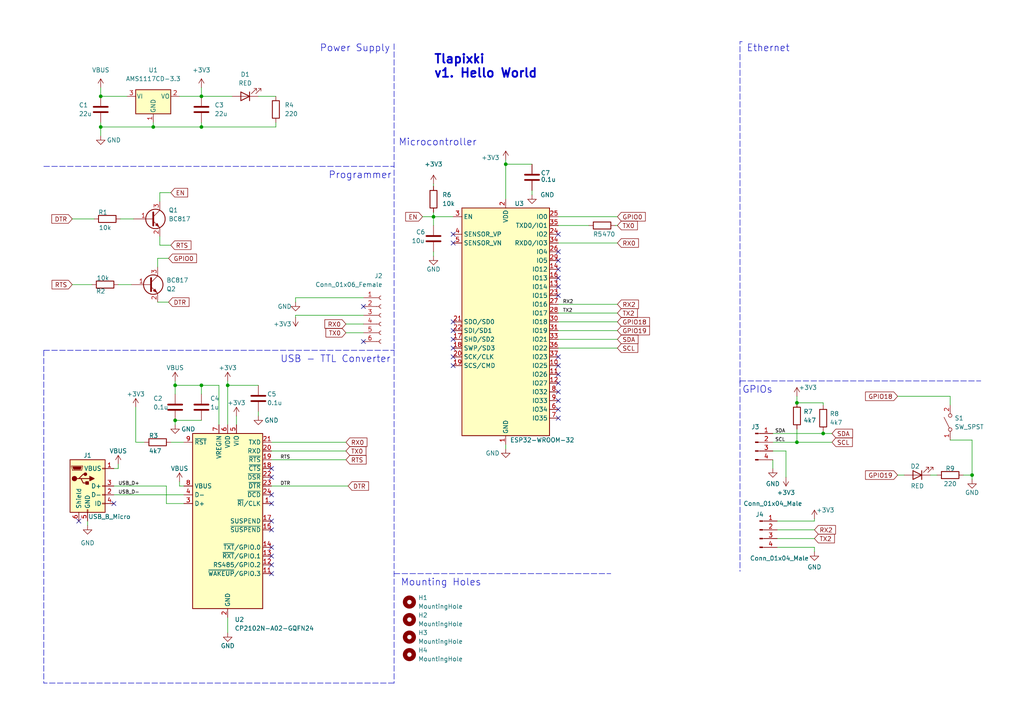
<source format=kicad_sch>
(kicad_sch (version 20211123) (generator eeschema)
  (paper "A4")
  (lib_symbols
    (symbol "Connector:Conn_01x04_Male" (pin_names (offset 1.016) hide)
      (property "Reference" "J" (at 0 5.08 0))
      (property "Value" "Conn_01x04_Male" (at 0 -7.62 0))
      (symbol "Conn_01x04_Male_1_1"
        (polyline (pts (xy 1.27 -5.08) (xy 0.8636 -5.08)) (stroke (width 0.1524)))
        (polyline (pts (xy 1.27 -2.54) (xy 0.8636 -2.54)) (stroke (width 0.1524)))
        (polyline (pts (xy 1.27 0) (xy 0.8636 0)) (stroke (width 0.1524)))
        (polyline (pts (xy 1.27 2.54) (xy 0.8636 2.54)) (stroke (width 0.1524)))
        (rectangle (start 0.8636 -4.953) (end 0 -5.207) (stroke (width 0.1524)) (fill (type outline)))
        (rectangle (start 0.8636 -2.413) (end 0 -2.667) (stroke (width 0.1524)) (fill (type outline)))
        (rectangle (start 0.8636 0.127) (end 0 -0.127) (stroke (width 0.1524)) (fill (type outline)))
        (rectangle (start 0.8636 2.667) (end 0 2.413) (stroke (width 0.1524)) (fill (type outline)))
        (pin passive line (at 5.08 2.54 180) (length 3.81) (name "Pin_1") (number "1"))
        (pin passive line (at 5.08 0 180) (length 3.81) (name "Pin_2") (number "2"))
        (pin passive line (at 5.08 -2.54 180) (length 3.81) (name "Pin_3") (number "3"))
        (pin passive line (at 5.08 -5.08 180) (length 3.81) (name "Pin_4") (number "4"))
      )
    )
    (symbol "Connector:Conn_01x06_Female" (pin_names (offset 1.016) hide)
      (property "Reference" "J" (at 0 7.62 0))
      (property "Value" "Conn_01x06_Female" (at 0 -10.16 0))
      (symbol "Conn_01x06_Female_1_1"
        (arc (start 0 -7.112) (mid -0.508 -7.62) (end 0 -8.128) (stroke (width 0.1524)))
        (arc (start 0 -4.572) (mid -0.508 -5.08) (end 0 -5.588) (stroke (width 0.1524)))
        (arc (start 0 -2.032) (mid -0.508 -2.54) (end 0 -3.048) (stroke (width 0.1524)))
        (polyline (pts (xy -1.27 -7.62) (xy -0.508 -7.62)) (stroke (width 0.1524)))
        (polyline (pts (xy -1.27 -5.08) (xy -0.508 -5.08)) (stroke (width 0.1524)))
        (polyline (pts (xy -1.27 -2.54) (xy -0.508 -2.54)) (stroke (width 0.1524)))
        (polyline (pts (xy -1.27 0) (xy -0.508 0)) (stroke (width 0.1524)))
        (polyline (pts (xy -1.27 2.54) (xy -0.508 2.54)) (stroke (width 0.1524)))
        (polyline (pts (xy -1.27 5.08) (xy -0.508 5.08)) (stroke (width 0.1524)))
        (arc (start 0 0.508) (mid -0.508 0) (end 0 -0.508) (stroke (width 0.1524)))
        (arc (start 0 3.048) (mid -0.508 2.54) (end 0 2.032) (stroke (width 0.1524)))
        (arc (start 0 5.588) (mid -0.508 5.08) (end 0 4.572) (stroke (width 0.1524)))
        (pin passive line (at -5.08 5.08 0) (length 3.81) (name "Pin_1") (number "1"))
        (pin passive line (at -5.08 2.54 0) (length 3.81) (name "Pin_2") (number "2"))
        (pin passive line (at -5.08 0 0) (length 3.81) (name "Pin_3") (number "3"))
        (pin passive line (at -5.08 -2.54 0) (length 3.81) (name "Pin_4") (number "4"))
        (pin passive line (at -5.08 -5.08 0) (length 3.81) (name "Pin_5") (number "5"))
        (pin passive line (at -5.08 -7.62 0) (length 3.81) (name "Pin_6") (number "6"))
      )
    )
    (symbol "Connector:USB_B_Micro" (pin_names (offset 1.016))
      (property "Reference" "J" (at -5.08 11.43 0))
      (property "Value" "USB_B_Micro" (at -5.08 8.89 0))
      (symbol "USB_B_Micro_0_1"
        (rectangle (start -5.08 -7.62) (end 5.08 7.62) (stroke (width 0.254)) (fill (type background)))
        (circle (center -3.81 2.159) (radius 0.635) (stroke (width 0.254)) (fill (type outline)))
        (circle (center -0.635 3.429) (radius 0.381) (stroke (width 0.254)) (fill (type outline)))
        (rectangle (start -0.127 -7.62) (end 0.127 -6.858))
        (polyline (pts (xy -1.905 2.159) (xy 0.635 2.159)) (stroke (width 0.254)))
        (polyline (pts (xy -3.175 2.159) (xy -2.54 2.159) (xy -1.27 3.429) (xy -0.635 3.429)) (stroke (width 0.254)))
        (polyline (pts (xy -2.54 2.159) (xy -1.905 2.159) (xy -1.27 0.889) (xy 0 0.889)) (stroke (width 0.254)))
        (polyline (pts (xy 0.635 2.794) (xy 0.635 1.524) (xy 1.905 2.159) (xy 0.635 2.794)) (stroke (width 0.254)) (fill (type outline)))
        (polyline (pts (xy -4.318 5.588) (xy -1.778 5.588) (xy -2.032 4.826) (xy -4.064 4.826) (xy -4.318 5.588)) (fill (type outline)))
        (polyline (pts (xy -4.699 5.842) (xy -4.699 5.588) (xy -4.445 4.826) (xy -4.445 4.572) (xy -1.651 4.572) (xy -1.651 4.826) (xy -1.397 5.588) (xy -1.397 5.842) (xy -4.699 5.842)))
        (rectangle (start 0.254 1.27) (end -0.508 0.508) (stroke (width 0.254)) (fill (type outline)))
        (rectangle (start 5.08 -5.207) (end 4.318 -4.953))
        (rectangle (start 5.08 -2.667) (end 4.318 -2.413))
        (rectangle (start 5.08 -0.127) (end 4.318 0.127))
        (rectangle (start 5.08 4.953) (end 4.318 5.207))
      )
      (symbol "USB_B_Micro_1_1"
        (pin power_out line (at 7.62 5.08 180) (length 2.54) (name "VBUS") (number "1"))
        (pin bidirectional line (at 7.62 -2.54 180) (length 2.54) (name "D-") (number "2"))
        (pin bidirectional line (at 7.62 0 180) (length 2.54) (name "D+") (number "3"))
        (pin passive line (at 7.62 -5.08 180) (length 2.54) (name "ID") (number "4"))
        (pin power_out line (at 0 -10.16 90) (length 2.54) (name "GND") (number "5"))
        (pin passive line (at -2.54 -10.16 90) (length 2.54) (name "Shield") (number "6"))
      )
    )
    (symbol "Device:C" (pin_numbers hide) (pin_names (offset 0.254))
      (property "Reference" "C" (at 0.635 2.54 0))
      (property "Value" "C" (at 0.635 -2.54 0))
      (symbol "C_0_1"
        (polyline (pts (xy -2.032 -0.762) (xy 2.032 -0.762)) (stroke (width 0.508)))
        (polyline (pts (xy -2.032 0.762) (xy 2.032 0.762)) (stroke (width 0.508)))
      )
      (symbol "C_1_1"
        (pin passive line (at 0 3.81 270) (length 2.794) (name "~") (number "1"))
        (pin passive line (at 0 -3.81 90) (length 2.794) (name "~") (number "2"))
      )
    )
    (symbol "Device:LED" (pin_numbers hide) (pin_names (offset 1.016) hide)
      (property "Reference" "D" (at 0 2.54 0))
      (property "Value" "LED" (at 0 -2.54 0))
      (symbol "LED_0_1"
        (polyline (pts (xy -1.27 -1.27) (xy -1.27 1.27)) (stroke (width 0.254)))
        (polyline (pts (xy -1.27 0) (xy 1.27 0)))
        (polyline (pts (xy 1.27 -1.27) (xy 1.27 1.27) (xy -1.27 0) (xy 1.27 -1.27)) (stroke (width 0.254)))
        (polyline (pts (xy -3.048 -0.762) (xy -4.572 -2.286) (xy -3.81 -2.286) (xy -4.572 -2.286) (xy -4.572 -1.524)))
        (polyline (pts (xy -1.778 -0.762) (xy -3.302 -2.286) (xy -2.54 -2.286) (xy -3.302 -2.286) (xy -3.302 -1.524)))
      )
      (symbol "LED_1_1"
        (pin passive line (at -3.81 0 0) (length 2.54) (name "K") (number "1"))
        (pin passive line (at 3.81 0 180) (length 2.54) (name "A") (number "2"))
      )
    )
    (symbol "Device:R" (pin_numbers hide) (pin_names (offset 0))
      (property "Reference" "R" (at 2.032 0 90))
      (property "Value" "R" (at 0 0 90))
      (symbol "R_0_1"
        (rectangle (start -1.016 -2.54) (end 1.016 2.54) (stroke (width 0.254)))
      )
      (symbol "R_1_1"
        (pin passive line (at 0 3.81 270) (length 1.27) (name "~") (number "1"))
        (pin passive line (at 0 -3.81 90) (length 1.27) (name "~") (number "2"))
      )
    )
    (symbol "Interface_USB:CP2102N-Axx-xQFN24"
      (property "Reference" "U" (at -8.89 26.67 0))
      (property "Value" "CP2102N-Axx-xQFN24" (at 13.97 26.67 0))
      (symbol "CP2102N-Axx-xQFN24_0_1"
        (rectangle (start -10.16 25.4) (end 10.16 -25.4) (stroke (width 0.254)) (fill (type background)))
      )
      (symbol "CP2102N-Axx-xQFN24_1_1"
        (pin bidirectional line (at 12.7 5.08 180) (length 2.54) (name "~{RI}/CLK") (number "1"))
        (pin no_connect line (at -10.16 -22.86 0) (length 2.54) hide (name "NC") (number "10"))
        (pin bidirectional line (at 12.7 -15.24 180) (length 2.54) (name "~{WAKEUP}/GPIO.3") (number "11"))
        (pin bidirectional line (at 12.7 -12.7 180) (length 2.54) (name "RS485/GPIO.2") (number "12"))
        (pin bidirectional line (at 12.7 -10.16 180) (length 2.54) (name "~{RXT}/GPIO.1") (number "13"))
        (pin bidirectional line (at 12.7 -7.62 180) (length 2.54) (name "~{TXT}/GPIO.0") (number "14"))
        (pin output line (at 12.7 -2.54 180) (length 2.54) (name "~{SUSPEND}") (number "15"))
        (pin no_connect line (at 10.16 -22.86 180) (length 2.54) hide (name "NC") (number "16"))
        (pin output line (at 12.7 0 180) (length 2.54) (name "SUSPEND") (number "17"))
        (pin input line (at 12.7 15.24 180) (length 2.54) (name "~{CTS}") (number "18"))
        (pin output line (at 12.7 17.78 180) (length 2.54) (name "~{RTS}") (number "19"))
        (pin power_in line (at 0 -27.94 90) (length 2.54) (name "GND") (number "2"))
        (pin input line (at 12.7 20.32 180) (length 2.54) (name "RXD") (number "20"))
        (pin output line (at 12.7 22.86 180) (length 2.54) (name "TXD") (number "21"))
        (pin input line (at 12.7 12.7 180) (length 2.54) (name "~{DSR}") (number "22"))
        (pin output line (at 12.7 10.16 180) (length 2.54) (name "~{DTR}") (number "23"))
        (pin input line (at 12.7 7.62 180) (length 2.54) (name "~{DCD}") (number "24"))
        (pin passive line (at 0 -27.94 90) (length 2.54) hide (name "GND") (number "25"))
        (pin bidirectional line (at -12.7 5.08 0) (length 2.54) (name "D+") (number "3"))
        (pin bidirectional line (at -12.7 7.62 0) (length 2.54) (name "D-") (number "4"))
        (pin power_in line (at 2.54 27.94 270) (length 2.54) (name "VIO") (number "5"))
        (pin power_in line (at 0 27.94 270) (length 2.54) (name "VDD") (number "6"))
        (pin power_in line (at -2.54 27.94 270) (length 2.54) (name "VREGIN") (number "7"))
        (pin input line (at -12.7 10.16 0) (length 2.54) (name "VBUS") (number "8"))
        (pin input line (at -12.7 22.86 0) (length 2.54) (name "~{RST}") (number "9"))
      )
    )
    (symbol "Mechanical:MountingHole" (pin_names (offset 1.016))
      (property "Reference" "H" (at 0 5.08 0))
      (property "Value" "MountingHole" (at 0 3.175 0))
      (symbol "MountingHole_0_1"
        (circle (center 0 0) (radius 1.27) (stroke (width 1.27)))
      )
    )
    (symbol "RF_Module:ESP32-WROOM-32"
      (property "Reference" "U" (at -12.7 34.29 0))
      (property "Value" "ESP32-WROOM-32" (at 1.27 34.29 0))
      (symbol "ESP32-WROOM-32_0_1"
        (rectangle (start -12.7 33.02) (end 12.7 -33.02) (stroke (width 0.254)) (fill (type background)))
      )
      (symbol "ESP32-WROOM-32_1_1"
        (pin power_in line (at 0 -35.56 90) (length 2.54) (name "GND") (number "1"))
        (pin bidirectional line (at 15.24 -12.7 180) (length 2.54) (name "IO25") (number "10"))
        (pin bidirectional line (at 15.24 -15.24 180) (length 2.54) (name "IO26") (number "11"))
        (pin bidirectional line (at 15.24 -17.78 180) (length 2.54) (name "IO27") (number "12"))
        (pin bidirectional line (at 15.24 10.16 180) (length 2.54) (name "IO14") (number "13"))
        (pin bidirectional line (at 15.24 15.24 180) (length 2.54) (name "IO12") (number "14"))
        (pin passive line (at 0 -35.56 90) (length 2.54) hide (name "GND") (number "15"))
        (pin bidirectional line (at 15.24 12.7 180) (length 2.54) (name "IO13") (number "16"))
        (pin bidirectional line (at -15.24 -5.08 0) (length 2.54) (name "SHD/SD2") (number "17"))
        (pin bidirectional line (at -15.24 -7.62 0) (length 2.54) (name "SWP/SD3") (number "18"))
        (pin bidirectional line (at -15.24 -12.7 0) (length 2.54) (name "SCS/CMD") (number "19"))
        (pin power_in line (at 0 35.56 270) (length 2.54) (name "VDD") (number "2"))
        (pin bidirectional line (at -15.24 -10.16 0) (length 2.54) (name "SCK/CLK") (number "20"))
        (pin bidirectional line (at -15.24 0 0) (length 2.54) (name "SDO/SD0") (number "21"))
        (pin bidirectional line (at -15.24 -2.54 0) (length 2.54) (name "SDI/SD1") (number "22"))
        (pin bidirectional line (at 15.24 7.62 180) (length 2.54) (name "IO15") (number "23"))
        (pin bidirectional line (at 15.24 25.4 180) (length 2.54) (name "IO2") (number "24"))
        (pin bidirectional line (at 15.24 30.48 180) (length 2.54) (name "IO0") (number "25"))
        (pin bidirectional line (at 15.24 20.32 180) (length 2.54) (name "IO4") (number "26"))
        (pin bidirectional line (at 15.24 5.08 180) (length 2.54) (name "IO16") (number "27"))
        (pin bidirectional line (at 15.24 2.54 180) (length 2.54) (name "IO17") (number "28"))
        (pin bidirectional line (at 15.24 17.78 180) (length 2.54) (name "IO5") (number "29"))
        (pin input line (at -15.24 30.48 0) (length 2.54) (name "EN") (number "3"))
        (pin bidirectional line (at 15.24 0 180) (length 2.54) (name "IO18") (number "30"))
        (pin bidirectional line (at 15.24 -2.54 180) (length 2.54) (name "IO19") (number "31"))
        (pin no_connect line (at -12.7 -27.94 0) (length 2.54) hide (name "NC") (number "32"))
        (pin bidirectional line (at 15.24 -5.08 180) (length 2.54) (name "IO21") (number "33"))
        (pin bidirectional line (at 15.24 22.86 180) (length 2.54) (name "RXD0/IO3") (number "34"))
        (pin bidirectional line (at 15.24 27.94 180) (length 2.54) (name "TXD0/IO1") (number "35"))
        (pin bidirectional line (at 15.24 -7.62 180) (length 2.54) (name "IO22") (number "36"))
        (pin bidirectional line (at 15.24 -10.16 180) (length 2.54) (name "IO23") (number "37"))
        (pin passive line (at 0 -35.56 90) (length 2.54) hide (name "GND") (number "38"))
        (pin passive line (at 0 -35.56 90) (length 2.54) hide (name "GND") (number "39"))
        (pin input line (at -15.24 25.4 0) (length 2.54) (name "SENSOR_VP") (number "4"))
        (pin input line (at -15.24 22.86 0) (length 2.54) (name "SENSOR_VN") (number "5"))
        (pin input line (at 15.24 -25.4 180) (length 2.54) (name "IO34") (number "6"))
        (pin input line (at 15.24 -27.94 180) (length 2.54) (name "IO35") (number "7"))
        (pin bidirectional line (at 15.24 -20.32 180) (length 2.54) (name "IO32") (number "8"))
        (pin bidirectional line (at 15.24 -22.86 180) (length 2.54) (name "IO33") (number "9"))
      )
    )
    (symbol "Regulator_Linear:AMS1117CD-3.3" (pin_names (offset 0.254))
      (property "Reference" "U" (at -3.81 3.175 0))
      (property "Value" "AMS1117CD-3.3" (at 0 3.175 0))
      (symbol "AMS1117CD-3.3_0_1"
        (rectangle (start -5.08 -5.08) (end 5.08 1.905) (stroke (width 0.254)) (fill (type background)))
      )
      (symbol "AMS1117CD-3.3_1_1"
        (pin power_in line (at 0 -7.62 90) (length 2.54) (name "GND") (number "1"))
        (pin power_out line (at 7.62 0 180) (length 2.54) (name "VO") (number "2"))
        (pin power_in line (at -7.62 0 0) (length 2.54) (name "VI") (number "3"))
      )
    )
    (symbol "Switch:SW_SPST" (pin_names (offset 0) hide)
      (property "Reference" "SW" (at 0 3.175 0))
      (property "Value" "SW_SPST" (at 0 -2.54 0))
      (symbol "SW_SPST_0_0"
        (circle (center -2.032 0) (radius 0.508))
        (polyline (pts (xy -1.524 0.254) (xy 1.524 1.778)))
        (circle (center 2.032 0) (radius 0.508))
      )
      (symbol "SW_SPST_1_1"
        (pin passive line (at -5.08 0 0) (length 2.54) (name "A") (number "1"))
        (pin passive line (at 5.08 0 180) (length 2.54) (name "B") (number "2"))
      )
    )
    (symbol "Transistor_BJT:BC817" (pin_names (offset 0) hide)
      (property "Reference" "Q" (at 5.08 1.905 0))
      (property "Value" "BC817" (at 5.08 0 0))
      (symbol "BC817_0_1"
        (polyline (pts (xy 0.635 0.635) (xy 2.54 2.54)))
        (polyline (pts (xy 0.635 -0.635) (xy 2.54 -2.54) (xy 2.54 -2.54)))
        (polyline (pts (xy 0.635 1.905) (xy 0.635 -1.905) (xy 0.635 -1.905)) (stroke (width 0.508)))
        (polyline (pts (xy 1.27 -1.778) (xy 1.778 -1.27) (xy 2.286 -2.286) (xy 1.27 -1.778) (xy 1.27 -1.778)) (fill (type outline)))
        (circle (center 1.27 0) (radius 2.8194) (stroke (width 0.254)))
      )
      (symbol "BC817_1_1"
        (pin input line (at -5.08 0 0) (length 5.715) (name "B") (number "1"))
        (pin passive line (at 2.54 -5.08 90) (length 2.54) (name "E") (number "2"))
        (pin passive line (at 2.54 5.08 270) (length 2.54) (name "C") (number "3"))
      )
    )
    (symbol "power:+3V3" (power) (pin_names (offset 0))
      (property "Value" "+3V3" (at 0 3.556 0))
      (symbol "+3V3_0_1"
        (polyline (pts (xy -0.762 1.27) (xy 0 2.54)))
        (polyline (pts (xy 0 0) (xy 0 2.54)))
        (polyline (pts (xy 0 2.54) (xy 0.762 1.27)))
      )
      (symbol "+3V3_1_1"
        (pin power_in line (at 0 0 90) (length 0) hide (name "+3V3") (number "1"))
      )
    )
    (symbol "power:GND" (power) (pin_names (offset 0))
      (property "Value" "GND" (at 0 -3.81 0))
      (symbol "GND_0_1"
        (polyline (pts (xy 0 0) (xy 0 -1.27) (xy 1.27 -1.27) (xy 0 -2.54) (xy -1.27 -1.27) (xy 0 -1.27)))
      )
      (symbol "GND_1_1"
        (pin power_in line (at 0 0 270) (length 0) hide (name "GND") (number "1"))
      )
    )
    (symbol "power:VBUS" (power) (pin_names (offset 0))
      (property "Value" "VBUS" (at 0 3.81 0))
      (symbol "VBUS_0_1"
        (polyline (pts (xy -0.762 1.27) (xy 0 2.54)))
        (polyline (pts (xy 0 0) (xy 0 2.54)))
        (polyline (pts (xy 0 2.54) (xy 0.762 1.27)))
      )
      (symbol "VBUS_1_1"
        (pin power_in line (at 0 0 90) (length 0) hide (name "VBUS") (number "1"))
      )
    )
  )
  (junction (at 50.8 121.92))
  (junction (at 58.42 36.83))
  (junction (at 281.94 137.795))
  (junction (at 50.8 111.76))
  (junction (at 231.14 116.84))
  (junction (at 58.42 27.94))
  (junction (at 125.73 62.865))
  (junction (at 58.42 111.76))
  (junction (at 44.45 36.83))
  (junction (at 146.685 47.625))
  (junction (at 29.21 36.83))
  (junction (at 66.04 111.76))
  (junction (at 29.21 27.94))
  (junction (at 231.14 128.27))
  (junction (at 238.76 125.73))
  (no_connect (at 105.41 99.06))
  (no_connect (at 161.925 73.025))
  (no_connect (at 78.74 161.29))
  (no_connect (at 78.74 135.89))
  (no_connect (at 78.74 143.51))
  (no_connect (at 131.445 70.485))
  (no_connect (at 131.445 93.345))
  (no_connect (at 161.925 83.185))
  (no_connect (at 161.925 78.105))
  (no_connect (at 78.74 153.67))
  (no_connect (at 78.74 146.05))
  (no_connect (at 161.925 113.665))
  (no_connect (at 22.86 151.13))
  (no_connect (at 33.02 146.05))
  (no_connect (at 131.445 98.425))
  (no_connect (at 161.925 116.205))
  (no_connect (at 78.74 166.37))
  (no_connect (at 161.925 111.125))
  (no_connect (at 161.925 108.585))
  (no_connect (at 161.925 67.945))
  (no_connect (at 161.925 103.505))
  (no_connect (at 78.74 151.13))
  (no_connect (at 161.925 118.745))
  (no_connect (at 105.41 88.9))
  (no_connect (at 131.445 106.045))
  (no_connect (at 131.445 67.945))
  (no_connect (at 161.925 121.285))
  (no_connect (at 161.925 85.725))
  (no_connect (at 131.445 103.505))
  (no_connect (at 161.925 75.565))
  (no_connect (at 161.925 106.045))
  (no_connect (at 78.74 158.75))
  (no_connect (at 161.925 80.645))
  (no_connect (at 78.74 138.43))
  (no_connect (at 131.445 95.885))
  (no_connect (at 78.74 163.83))
  (no_connect (at 131.445 100.965))
  (wire (pts (xy 78.74 128.27) (xy 100.33 128.27)))
  (wire (pts (xy 78.74 140.97) (xy 100.965 140.97)))
  (wire (pts (xy 39.37 118.11) (xy 39.37 128.27)))
  (wire (pts (xy 146.685 47.625) (xy 154.305 47.625)))
  (wire (pts (xy 125.73 53.34) (xy 125.73 53.975)))
  (wire (pts (xy 224.155 130.81) (xy 227.965 130.81)))
  (wire (pts (xy 48.895 74.93) (xy 45.72 74.93)))
  (wire (pts (xy 231.14 128.27) (xy 241.3 128.27)))
  (wire (pts (xy 260.35 137.795) (xy 262.255 137.795)))
  (wire (pts (xy 85.725 92.075) (xy 85.725 91.44)))
  (wire (pts (xy 53.34 146.05) (xy 48.26 146.05)))
  (polyline (pts (xy 214.63 110.49) (xy 284.48 110.49)))
  (wire (pts (xy 80.01 36.83) (xy 80.01 35.56)))
  (wire (pts (xy 161.925 90.805) (xy 179.07 90.805)))
  (wire (pts (xy 161.925 70.485) (xy 179.07 70.485)))
  (wire (pts (xy 231.14 116.84) (xy 238.76 116.84)))
  (wire (pts (xy 85.725 91.44) (xy 105.41 91.44)))
  (wire (pts (xy 66.04 179.07) (xy 66.04 183.515)))
  (wire (pts (xy 44.45 36.83) (xy 58.42 36.83)))
  (wire (pts (xy 231.14 128.27) (xy 231.14 124.46)))
  (wire (pts (xy 125.73 73.025) (xy 125.73 74.295)))
  (wire (pts (xy 225.425 156.21) (xy 236.22 156.21)))
  (wire (pts (xy 100.33 93.98) (xy 105.41 93.98)))
  (wire (pts (xy 66.04 110.49) (xy 66.04 111.76)))
  (wire (pts (xy 46.355 55.88) (xy 49.53 55.88)))
  (polyline (pts (xy 214.63 110.49) (xy 214.63 165.735)))
  (polyline (pts (xy 114.3 166.37) (xy 177.165 166.37)))
  (wire (pts (xy 275.59 114.935) (xy 275.59 117.475)))
  (wire (pts (xy 50.8 110.49) (xy 50.8 111.76)))
  (polyline (pts (xy 12.7 101.6) (xy 114.3 101.6)))
  (wire (pts (xy 122.555 62.865) (xy 125.73 62.865)))
  (wire (pts (xy 34.925 63.5) (xy 38.735 63.5)))
  (wire (pts (xy 74.93 27.94) (xy 80.01 27.94)))
  (wire (pts (xy 48.895 87.63) (xy 45.72 87.63)))
  (wire (pts (xy 48.26 140.97) (xy 33.02 140.97)))
  (wire (pts (xy 161.925 93.345) (xy 179.07 93.345)))
  (wire (pts (xy 46.355 71.12) (xy 49.53 71.12)))
  (wire (pts (xy 227.965 130.81) (xy 227.965 138.43)))
  (wire (pts (xy 100.33 96.52) (xy 105.41 96.52)))
  (wire (pts (xy 52.07 27.94) (xy 58.42 27.94)))
  (wire (pts (xy 20.955 82.55) (xy 26.67 82.55)))
  (wire (pts (xy 50.8 121.92) (xy 50.8 123.19)))
  (wire (pts (xy 29.21 25.4) (xy 29.21 27.94)))
  (wire (pts (xy 58.42 36.83) (xy 80.01 36.83)))
  (wire (pts (xy 224.155 133.35) (xy 224.155 135.89)))
  (wire (pts (xy 146.685 47.625) (xy 146.685 57.785)))
  (wire (pts (xy 154.305 55.245) (xy 154.305 56.515)))
  (wire (pts (xy 29.21 36.83) (xy 29.21 39.37)))
  (wire (pts (xy 161.925 95.885) (xy 179.07 95.885)))
  (wire (pts (xy 66.04 123.19) (xy 66.04 111.76)))
  (wire (pts (xy 29.21 36.83) (xy 44.45 36.83)))
  (wire (pts (xy 50.8 111.76) (xy 58.42 111.76)))
  (wire (pts (xy 58.42 111.76) (xy 58.42 114.3)))
  (wire (pts (xy 39.37 128.27) (xy 41.91 128.27)))
  (wire (pts (xy 225.425 158.75) (xy 236.22 158.75)))
  (wire (pts (xy 58.42 111.76) (xy 63.5 111.76)))
  (wire (pts (xy 238.76 125.73) (xy 241.3 125.73)))
  (wire (pts (xy 224.155 125.73) (xy 238.76 125.73)))
  (wire (pts (xy 125.73 62.865) (xy 131.445 62.865)))
  (wire (pts (xy 46.355 55.88) (xy 46.355 58.42)))
  (wire (pts (xy 146.685 128.905) (xy 146.685 130.175)))
  (wire (pts (xy 52.07 139.7) (xy 52.07 140.97)))
  (polyline (pts (xy 114.3 198.12) (xy 12.7 198.12)))
  (wire (pts (xy 29.21 27.94) (xy 36.83 27.94)))
  (wire (pts (xy 85.725 86.36) (xy 105.41 86.36)))
  (polyline (pts (xy 12.7 101.6) (xy 12.7 198.12)))
  (wire (pts (xy 236.22 151.13) (xy 236.22 150.495)))
  (wire (pts (xy 52.07 140.97) (xy 53.34 140.97)))
  (wire (pts (xy 44.45 36.83) (xy 44.45 35.56)))
  (wire (pts (xy 48.26 146.05) (xy 48.26 140.97)))
  (wire (pts (xy 231.14 114.935) (xy 231.14 116.84)))
  (wire (pts (xy 74.93 119.38) (xy 74.93 120.65)))
  (wire (pts (xy 178.435 65.405) (xy 179.07 65.405)))
  (wire (pts (xy 33.02 143.51) (xy 53.34 143.51)))
  (wire (pts (xy 161.925 98.425) (xy 179.07 98.425)))
  (polyline (pts (xy 12.7 48.26) (xy 114.3 48.26)))
  (wire (pts (xy 45.72 74.93) (xy 45.72 77.47)))
  (wire (pts (xy 58.42 25.4) (xy 58.42 27.94)))
  (polyline (pts (xy 114.3 101.6) (xy 114.3 198.12)))
  (wire (pts (xy 269.875 137.795) (xy 271.78 137.795)))
  (wire (pts (xy 34.29 82.55) (xy 38.1 82.55)))
  (wire (pts (xy 161.925 88.265) (xy 179.07 88.265)))
  (polyline (pts (xy 114.3 12.7) (xy 114.3 101.6)))
  (wire (pts (xy 224.155 128.27) (xy 231.14 128.27)))
  (wire (pts (xy 63.5 111.76) (xy 63.5 123.19)))
  (wire (pts (xy 161.925 65.405) (xy 170.815 65.405)))
  (wire (pts (xy 161.925 62.865) (xy 179.07 62.865)))
  (wire (pts (xy 125.73 61.595) (xy 125.73 62.865)))
  (wire (pts (xy 238.76 125.73) (xy 238.76 125.095)))
  (wire (pts (xy 238.76 116.84) (xy 238.76 117.475)))
  (wire (pts (xy 78.74 130.81) (xy 100.33 130.81)))
  (wire (pts (xy 85.725 87.63) (xy 85.725 86.36)))
  (wire (pts (xy 34.29 135.89) (xy 34.29 134.62)))
  (wire (pts (xy 161.925 100.965) (xy 179.07 100.965)))
  (wire (pts (xy 20.955 63.5) (xy 27.305 63.5)))
  (wire (pts (xy 275.59 127.635) (xy 281.94 127.635)))
  (wire (pts (xy 49.53 128.27) (xy 53.34 128.27)))
  (wire (pts (xy 260.35 114.935) (xy 275.59 114.935)))
  (wire (pts (xy 50.8 121.92) (xy 58.42 121.92)))
  (wire (pts (xy 58.42 36.83) (xy 58.42 35.56)))
  (wire (pts (xy 146.685 46.355) (xy 146.685 47.625)))
  (wire (pts (xy 50.8 111.76) (xy 50.8 114.3)))
  (wire (pts (xy 236.22 158.75) (xy 236.22 160.02)))
  (wire (pts (xy 66.04 111.76) (xy 74.93 111.76)))
  (wire (pts (xy 78.74 133.35) (xy 100.33 133.35)))
  (wire (pts (xy 46.355 68.58) (xy 46.355 71.12)))
  (wire (pts (xy 279.4 137.795) (xy 281.94 137.795)))
  (wire (pts (xy 68.58 120.65) (xy 68.58 123.19)))
  (polyline (pts (xy 214.63 12.065) (xy 215.265 12.065)))
  (wire (pts (xy 29.21 35.56) (xy 29.21 36.83)))
  (wire (pts (xy 125.73 62.865) (xy 125.73 65.405)))
  (wire (pts (xy 58.42 27.94) (xy 67.31 27.94)))
  (wire (pts (xy 281.94 137.795) (xy 281.94 139.065)))
  (wire (pts (xy 225.425 151.13) (xy 236.22 151.13)))
  (wire (pts (xy 225.425 153.67) (xy 236.22 153.67)))
  (wire (pts (xy 33.02 135.89) (xy 34.29 135.89)))
  (wire (pts (xy 281.94 127.635) (xy 281.94 137.795)))
  (wire (pts (xy 25.4 151.13) (xy 25.4 152.4)))
  (polyline (pts (xy 214.63 111.125) (xy 214.63 12.065)))
  (text "Programmer" (at 95.25 52.07 0) (effects (font (size 2 2)) (justify left bottom)))
  (text "Mounting Holes\n" (at 116.205 170.18 0) (effects (font (size 2 2)) (justify left bottom)))
  (text "Tlapixki\nv1. Hello World\n" (at 125.73 22.86 0) (effects (font (size 2.54 2.54) (thickness 0.508) bold) (justify left bottom)))
  (text "GPIOs" (at 215.265 114.3 0) (effects (font (size 2 2)) (justify left bottom)))
  (text "USB - TTL Converter" (at 81.28 105.41 0) (effects (font (size 2 2)) (justify left bottom)))
  (text "Microcontroller" (at 115.57 42.545 0) (effects (font (size 2 2)) (justify left bottom)))
  (text "Ethernet" (at 216.535 15.24 0) (effects (font (size 2 2)) (justify left bottom)))
  (text "Power Supply" (at 92.71 15.24 0) (effects (font (size 2 2)) (justify left bottom)))
  (label "SDA" (at 224.79 125.73 0) (effects (font (size 1 1))))
  (label "TX2" (at 163.195 90.805 0) (effects (font (size 1 1))))
  (label "SCL" (at 224.79 128.27 0) (effects (font (size 1 1))))
  (label "USB_D+" (at 34.29 140.97 0) (effects (font (size 1 1))))
  (label "RX2" (at 163.195 88.265 0) (effects (font (size 1 1))))
  (label "RTS" (at 81.28 133.35 0) (effects (font (size 1 1))))
  (label "DTR" (at 81.28 140.97 0) (effects (font (size 1 1))))
  (label "USB_D-" (at 34.29 143.51 0) (effects (font (size 1 1))))
  (global_label "GPIO18" (shape input) (at 179.07 93.345 0) (property "Intersheet References" "${INTERSHEET_REFS}" (effects hide)))
  (global_label "RX0" (shape input) (at 100.33 128.27 0) (property "Intersheet References" "${INTERSHEET_REFS}" (effects hide)))
  (global_label "DTR" (shape input) (at 48.895 87.63 0) (property "Intersheet References" "${INTERSHEET_REFS}" (effects hide)))
  (global_label "RX0" (shape input) (at 100.33 93.98 180) (property "Intersheet References" "${INTERSHEET_REFS}" (effects hide)))
  (global_label "EN" (shape input) (at 49.53 55.88 0) (property "Intersheet References" "${INTERSHEET_REFS}" (effects hide)))
  (global_label "RX2" (shape input) (at 236.22 153.67 0) (property "Intersheet References" "${INTERSHEET_REFS}" (effects hide)))
  (global_label "EN" (shape input) (at 122.555 62.865 180) (property "Intersheet References" "${INTERSHEET_REFS}" (effects hide)))
  (global_label "GPIO18" (shape input) (at 260.35 114.935 180) (property "Intersheet References" "${INTERSHEET_REFS}" (effects hide)))
  (global_label "RX2" (shape input) (at 179.07 88.265 0) (property "Intersheet References" "${INTERSHEET_REFS}" (effects hide)))
  (global_label "RTS" (shape input) (at 49.53 71.12 0) (property "Intersheet References" "${INTERSHEET_REFS}" (effects hide)))
  (global_label "SCL" (shape input) (at 179.07 100.965 0) (property "Intersheet References" "${INTERSHEET_REFS}" (effects hide)))
  (global_label "TX2" (shape input) (at 179.07 90.805 0) (property "Intersheet References" "${INTERSHEET_REFS}" (effects hide)))
  (global_label "DTR" (shape input) (at 20.955 63.5 180) (property "Intersheet References" "${INTERSHEET_REFS}" (effects hide)))
  (global_label "DTR" (shape input) (at 100.965 140.97 0) (property "Intersheet References" "${INTERSHEET_REFS}" (effects hide)))
  (global_label "SDA" (shape input) (at 179.07 98.425 0) (property "Intersheet References" "${INTERSHEET_REFS}" (effects hide)))
  (global_label "TX0" (shape input) (at 100.33 96.52 180) (property "Intersheet References" "${INTERSHEET_REFS}" (effects hide)))
  (global_label "SCL" (shape input) (at 241.3 128.27 0) (property "Intersheet References" "${INTERSHEET_REFS}" (effects hide)))
  (global_label "TX0" (shape input) (at 100.33 130.81 0) (property "Intersheet References" "${INTERSHEET_REFS}" (effects hide)))
  (global_label "GPIO19" (shape input) (at 260.35 137.795 180) (property "Intersheet References" "${INTERSHEET_REFS}" (effects hide)))
  (global_label "GPIO0" (shape input) (at 48.895 74.93 0) (property "Intersheet References" "${INTERSHEET_REFS}" (effects hide)))
  (global_label "GPIO19" (shape input) (at 179.07 95.885 0) (property "Intersheet References" "${INTERSHEET_REFS}" (effects hide)))
  (global_label "RX0" (shape input) (at 179.07 70.485 0) (property "Intersheet References" "${INTERSHEET_REFS}" (effects hide)))
  (global_label "RTS" (shape input) (at 100.33 133.35 0) (property "Intersheet References" "${INTERSHEET_REFS}" (effects hide)))
  (global_label "RTS" (shape input) (at 20.955 82.55 180) (property "Intersheet References" "${INTERSHEET_REFS}" (effects hide)))
  (global_label "SDA" (shape input) (at 241.3 125.73 0) (property "Intersheet References" "${INTERSHEET_REFS}" (effects hide)))
  (global_label "TX0" (shape input) (at 179.07 65.405 0) (property "Intersheet References" "${INTERSHEET_REFS}" (effects hide)))
  (global_label "GPIO0" (shape input) (at 179.07 62.865 0) (property "Intersheet References" "${INTERSHEET_REFS}" (effects hide)))
  (global_label "TX2" (shape input) (at 236.22 156.21 0) (property "Intersheet References" "${INTERSHEET_REFS}" (effects hide)))
  (symbol (lib_id "Connector:Conn_01x04_Male") (at 219.075 128.27 0) (unit 1)
    (property "Reference" "J3" (at 219.075 123.825 0))
    (property "Value" "Conn_01x04_Male" (at 224.155 146.05 0))
    (property "Footprint" "Connector_PinHeader_1.27mm:PinHeader_1x04_P1.27mm_Vertical" (effects hide))
  )
  (symbol (lib_id "Connector:USB_B_Micro") (at 25.4 140.97 0) (unit 1)
    (property "Reference" "J1" (at 25.4 132.08 0))
    (property "Value" "USB_B_Micro" (at 31.75 149.86 0))
    (property "Footprint" "Connector_USB:USB_Micro-B_Amphenol_10118194_Horizontal" (effects hide))
    (property "JLCPCB Part" "C132563" (effects hide))
    (property "LCSC Part #" "C132563" (effects hide))
    (property "OPERATION-FORCE" "C132563" (effects hide))
  )
  (symbol (lib_id "Device:C") (at 125.73 69.215 0) (unit 1)
    (property "Reference" "C6" (at 120.65 67.31 0) (effects (justify left)))
    (property "Value" "10u" (at 119.38 69.85 0) (effects (justify left)))
    (property "Footprint" "Capacitor_SMD:C_0603_1608Metric" (effects hide))
    (property "LCSC Part #" "C2909630" (effects hide))
  )
  (symbol (lib_id "power:+3V3") (at 125.73 53.34 0) (unit 1)
    (property "Reference" "#PWR015" (effects hide))
    (property "Value" "+3V3" (at 125.73 47.625 0))
  )
  (symbol (lib_id "RF_Module:ESP32-WROOM-32") (at 146.685 93.345 0) (unit 1)
    (property "Reference" "U3" (at 149.225 59.055 0) (effects (justify left)))
    (property "Value" "ESP32-WROOM-32" (at 147.955 127.635 0) (effects (justify left)))
    (property "Footprint" "RF_Module:ESP32-WROOM-32" (effects hide))
    (property "Datasheet" "https://www.espressif.com/sites/default/files/documentation/esp32-wroom-32_datasheet_en.pdf" (effects hide))
    (property "LCSC Part #" "C82899" (effects hide))
  )
  (symbol (lib_id "power:GND") (at 85.725 87.63 0) (unit 1)
    (property "Reference" "#PWR013" (effects hide))
    (property "Value" "GND" (at 82.55 88.9 0))
  )
  (symbol (lib_id "power:VBUS") (at 34.29 134.62 0) (unit 1)
    (property "Reference" "#PWR04" (effects hide))
    (property "Value" "VBUS" (at 34.29 130.81 0))
  )
  (symbol (lib_id "Mechanical:MountingHole") (at 118.745 189.865 0) (unit 1)
    (property "Reference" "H4" (at 121.285 188.5949 0) (effects (justify left)))
    (property "Value" "MountingHole" (at 121.285 191.1349 0) (effects (justify left)))
    (property "Footprint" "MountingHole:MountingHole_3.2mm_M3" (effects hide))
  )
  (symbol (lib_id "Mechanical:MountingHole") (at 118.745 179.705 0) (unit 1)
    (property "Reference" "H2" (at 121.285 178.4349 0) (effects (justify left)))
    (property "Value" "MountingHole" (at 121.285 180.9749 0) (effects (justify left)))
    (property "Footprint" "MountingHole:MountingHole_3.2mm_M3" (effects hide))
  )
  (symbol (lib_id "Regulator_Linear:AMS1117CD-3.3") (at 44.45 27.94 0) (unit 1)
    (property "Reference" "U1" (at 44.45 20.32 0))
    (property "Value" "AMS1117CD-3.3" (at 44.45 22.86 0))
    (property "Footprint" "Package_TO_SOT_SMD:SOT-223-3_TabPin2" (effects hide))
    (property "Datasheet" "http://www.advanced-monolithic.com/pdf/ds1117.pdf" (effects hide))
    (property "LCSC Part #" "C498117" (effects hide))
  )
  (symbol (lib_id "Device:LED") (at 71.12 27.94 180) (unit 1)
    (property "Reference" "D1" (at 71.12 21.59 0))
    (property "Value" "RED" (at 71.12 24.13 0))
    (property "Footprint" "LED_SMD:LED_0603_1608Metric" (effects hide))
    (property "LCSC Part #" "C72037" (effects hide))
  )
  (symbol (lib_id "power:GND") (at 154.305 56.515 0) (unit 1)
    (property "Reference" "#PWR022" (effects hide))
    (property "Value" "GND" (at 158.75 56.515 0))
  )
  (symbol (lib_id "Device:R") (at 275.59 137.795 90) (unit 1)
    (property "Reference" "R9" (at 275.59 135.89 90))
    (property "Value" "220" (at 275.59 140.335 90))
    (property "Footprint" "Resistor_SMD:R_0603_1608Metric" (effects hide))
    (property "LCSC Part #" "C2907127" (effects hide))
  )
  (symbol (lib_id "power:GND") (at 146.685 130.175 0) (unit 1)
    (property "Reference" "#PWR021" (effects hide))
    (property "Value" "GND" (at 142.875 131.445 0))
  )
  (symbol (lib_id "power:+3V3") (at 236.22 150.495 0) (unit 1)
    (property "Reference" "#PWR024" (effects hide))
    (property "Value" "+3V3" (at 239.395 147.955 0))
  )
  (symbol (lib_id "power:GND") (at 281.94 139.065 0) (unit 1)
    (property "Reference" "#PWR023" (effects hide))
    (property "Value" "GND" (at 281.94 142.875 0))
  )
  (symbol (lib_id "power:GND") (at 224.155 135.89 0) (unit 1)
    (property "Reference" "#PWR017" (effects hide))
    (property "Value" "GND" (at 224.155 140.335 0))
  )
  (symbol (lib_id "power:+3V3") (at 231.14 114.935 0) (unit 1)
    (property "Reference" "#PWR019" (effects hide))
    (property "Value" "+3V3" (at 234.315 112.395 0))
  )
  (symbol (lib_id "power:GND") (at 74.93 120.65 0) (unit 1)
    (property "Reference" "#PWR012" (effects hide))
    (property "Value" "GND" (at 78.74 121.92 0))
  )
  (symbol (lib_id "Transistor_BJT:BC817") (at 43.18 82.55 0) (unit 1)
    (property "Reference" "Q2" (at 48.26 83.8201 0) (effects (justify left)))
    (property "Value" "BC817" (at 48.26 81.2801 0) (effects (justify left)))
    (property "Footprint" "Package_TO_SOT_SMD:SOT-23" (effects hide))
    (property "Datasheet" "https://www.onsemi.com/pub/Collateral/BC818-D.pdf" (effects hide))
    (property "LCSC Part #" "C475629" (effects hide))
  )
  (symbol (lib_id "Device:C") (at 74.93 115.57 0) (unit 1)
    (property "Reference" "C5" (at 77.47 114.3 0) (effects (justify left)))
    (property "Value" "0.1u" (at 77.47 116.84 0) (effects (justify left)))
    (property "Footprint" "Capacitor_SMD:C_0603_1608Metric" (effects hide))
    (property "LCSC Part #" "C161854" (effects hide))
  )
  (symbol (lib_id "Device:R") (at 238.76 121.285 0) (unit 1)
    (property "Reference" "R8" (at 240.665 120.0149 0) (effects (justify left)))
    (property "Value" "4k7" (at 240.665 122.5549 0) (effects (justify left)))
    (property "Footprint" "Resistor_SMD:R_0603_1608Metric" (effects hide))
    (property "LCSC Part #" "C23162" (effects hide))
  )
  (symbol (lib_id "Connector:Conn_01x04_Male") (at 220.345 153.67 0) (unit 1)
    (property "Reference" "J4" (at 220.345 149.225 0))
    (property "Value" "Conn_01x04_Male" (at 226.06 161.925 0))
    (property "Footprint" "Connector_PinHeader_1.27mm:PinHeader_1x04_P1.27mm_Vertical" (effects hide))
  )
  (symbol (lib_id "power:VBUS") (at 52.07 139.7 0) (unit 1)
    (property "Reference" "#PWR08" (effects hide))
    (property "Value" "VBUS" (at 52.07 135.89 0))
  )
  (symbol (lib_id "power:GND") (at 236.22 160.02 0) (unit 1)
    (property "Reference" "#PWR025" (effects hide))
    (property "Value" "GND" (at 236.22 164.465 0))
  )
  (symbol (lib_id "Device:C") (at 50.8 118.11 0) (unit 1)
    (property "Reference" "C2" (at 44.45 115.57 0) (effects (justify left)))
    (property "Value" "0.1u" (at 44.45 118.11 0) (effects (justify left)))
    (property "Footprint" "Capacitor_SMD:C_0603_1608Metric" (effects hide))
    (property "LCSC Part #" "C161854" (effects hide))
  )
  (symbol (lib_id "power:VBUS") (at 29.21 25.4 0) (unit 1)
    (property "Reference" "#PWR02" (effects hide))
    (property "Value" "VBUS" (at 29.21 20.32 0))
  )
  (symbol (lib_id "Mechanical:MountingHole") (at 118.745 184.785 0) (unit 1)
    (property "Reference" "H3" (at 121.285 183.5149 0) (effects (justify left)))
    (property "Value" "MountingHole" (at 121.285 186.0549 0) (effects (justify left)))
    (property "Footprint" "MountingHole:MountingHole_3.2mm_M3" (effects hide))
  )
  (symbol (lib_id "Connector:Conn_01x06_Female") (at 110.49 91.44 0) (unit 1)
    (property "Reference" "J2" (at 108.585 80.01 0) (effects (justify left)))
    (property "Value" "Conn_01x06_Female" (at 91.44 82.55 0) (effects (justify left)))
    (property "Footprint" "Connector_PinHeader_1.27mm:PinHeader_1x06_P1.27mm_Vertical" (effects hide))
  )
  (symbol (lib_id "Device:C") (at 58.42 31.75 0) (unit 1)
    (property "Reference" "C3" (at 62.23 30.4799 0) (effects (justify left)))
    (property "Value" "22u" (at 62.23 33.0199 0) (effects (justify left)))
    (property "Footprint" "Capacitor_SMD:C_0603_1608Metric" (effects hide))
    (property "LCSC Part #" "C41851" (effects hide))
  )
  (symbol (lib_id "Device:R") (at 80.01 31.75 0) (unit 1)
    (property "Reference" "R4" (at 82.55 30.4799 0) (effects (justify left)))
    (property "Value" "220" (at 82.55 33.0199 0) (effects (justify left)))
    (property "Footprint" "Resistor_SMD:R_0603_1608Metric" (effects hide))
    (property "LCSC Part #" "C2907127" (effects hide))
  )
  (symbol (lib_id "Device:LED") (at 266.065 137.795 180) (unit 1)
    (property "Reference" "D2" (at 265.43 135.255 0))
    (property "Value" "RED" (at 266.065 140.97 0))
    (property "Footprint" "LED_SMD:LED_0603_1608Metric" (effects hide))
    (property "LCSC Part #" "C72037" (effects hide))
  )
  (symbol (lib_id "Device:R") (at 30.48 82.55 90) (mirror x) (unit 1)
    (property "Reference" "R2" (at 29.21 84.455 90))
    (property "Value" "10k" (at 29.845 80.645 90))
    (property "Footprint" "Resistor_SMD:R_0603_1608Metric" (effects hide))
    (property "LCSC Part #" "C98220" (effects hide))
  )
  (symbol (lib_id "power:+3V3") (at 68.58 120.65 0) (unit 1)
    (property "Reference" "#PWR0101" (effects hide))
    (property "Value" "+3V3" (at 68.58 116.84 0))
  )
  (symbol (lib_id "Transistor_BJT:BC817") (at 43.815 63.5 0) (unit 1)
    (property "Reference" "Q1" (at 48.895 60.96 0) (effects (justify left)))
    (property "Value" "BC817" (at 48.895 63.5 0) (effects (justify left)))
    (property "Footprint" "Package_TO_SOT_SMD:SOT-23" (effects hide))
    (property "Datasheet" "https://www.onsemi.com/pub/Collateral/BC818-D.pdf" (effects hide))
    (property "LCSC Part #" "C475629" (effects hide))
  )
  (symbol (lib_id "Mechanical:MountingHole") (at 118.745 174.625 0) (unit 1)
    (property "Reference" "H1" (at 121.285 173.3549 0) (effects (justify left)))
    (property "Value" "MountingHole" (at 121.285 175.8949 0) (effects (justify left)))
    (property "Footprint" "MountingHole:MountingHole_3.2mm_M3" (effects hide))
  )
  (symbol (lib_id "power:+3V3") (at 227.965 138.43 180) (unit 1)
    (property "Reference" "#PWR018" (effects hide))
    (property "Value" "+3V3" (at 227.965 142.875 0))
  )
  (symbol (lib_id "power:GND") (at 29.21 39.37 0) (unit 1)
    (property "Reference" "#PWR03" (effects hide))
    (property "Value" "GND" (at 33.02 40.64 0))
  )
  (symbol (lib_id "Device:C") (at 29.21 31.75 0) (unit 1)
    (property "Reference" "C1" (at 22.86 30.48 0) (effects (justify left)))
    (property "Value" "22u" (at 22.86 33.02 0) (effects (justify left)))
    (property "Footprint" "Capacitor_SMD:C_0603_1608Metric" (effects hide))
    (property "LCSC Part #" "C41851" (effects hide))
  )
  (symbol (lib_id "power:+3V3") (at 146.685 46.355 0) (unit 1)
    (property "Reference" "#PWR020" (effects hide))
    (property "Value" "+3V3" (at 142.24 45.72 0))
  )
  (symbol (lib_id "Device:R") (at 31.115 63.5 90) (unit 1)
    (property "Reference" "R1" (at 29.845 61.595 90))
    (property "Value" "10k" (at 30.48 66.04 90))
    (property "Footprint" "Resistor_SMD:R_0603_1608Metric" (effects hide))
    (property "LCSC Part #" "C98220" (effects hide))
  )
  (symbol (lib_id "Switch:SW_SPST") (at 275.59 122.555 90) (unit 1)
    (property "Reference" "S1" (at 276.86 121.2849 90) (effects (justify right)))
    (property "Value" "SW_SPST" (at 276.86 123.8249 90) (effects (justify right)))
    (property "Footprint" "Button_Switch_SMD:SW_SPST_B3S-1000" (effects hide))
    (property "LCSC Part #" "C180420" (effects hide))
  )
  (symbol (lib_id "power:+3V3") (at 58.42 25.4 0) (unit 1)
    (property "Reference" "#PWR09" (effects hide))
    (property "Value" "+3V3" (at 58.42 20.32 0))
  )
  (symbol (lib_id "Device:R") (at 45.72 128.27 270) (unit 1)
    (property "Reference" "R3" (at 43.18 126.365 90) (effects (justify left)))
    (property "Value" "4k7" (at 43.18 130.81 90) (effects (justify left)))
    (property "Footprint" "Resistor_SMD:R_0603_1608Metric" (effects hide))
    (property "LCSC Part #" "C23162" (effects hide))
  )
  (symbol (lib_id "Interface_USB:CP2102N-Axx-xQFN24") (at 66.04 151.13 0) (unit 1)
    (property "Reference" "U2" (at 68.0594 179.705 0) (effects (justify left)))
    (property "Value" "CP2102N-A02-GQFN24" (at 68.0594 182.245 0) (effects (justify left)))
    (property "Footprint" "Package_DFN_QFN:QFN-24-1EP_4x4mm_P0.5mm_EP2.6x2.6mm" (effects hide))
    (property "Datasheet" "https://www.silabs.com/documents/public/data-sheets/cp2102n-datasheet.pdf" (effects hide))
    (property "LCSC Part #" "C969151" (effects hide))
    (property "OPERATION-FORCE" "C969151" (effects hide))
  )
  (symbol (lib_id "power:+3V3") (at 39.37 118.11 0) (unit 1)
    (property "Reference" "#PWR05" (effects hide))
    (property "Value" "+3V3" (at 39.37 114.3 0))
  )
  (symbol (lib_id "power:VBUS") (at 50.8 110.49 0) (unit 1)
    (property "Reference" "#PWR06" (effects hide))
    (property "Value" "VBUS" (at 50.8 106.68 0))
  )
  (symbol (lib_id "power:GND") (at 50.8 123.19 0) (unit 1)
    (property "Reference" "#PWR07" (effects hide))
    (property "Value" "GND" (at 54.61 124.46 0))
  )
  (symbol (lib_id "Device:C") (at 58.42 118.11 0) (unit 1)
    (property "Reference" "C4" (at 60.96 115.57 0) (effects (justify left)))
    (property "Value" "1u" (at 60.96 118.11 0) (effects (justify left)))
    (property "Footprint" "Capacitor_SMD:C_0603_1608Metric" (effects hide))
    (property "LCSC Part #" "C2857982" (effects hide))
  )
  (symbol (lib_id "Device:R") (at 174.625 65.405 90) (unit 1)
    (property "Reference" "R5" (at 173.355 67.945 90))
    (property "Value" "470" (at 176.53 67.945 90))
    (property "Footprint" "Resistor_SMD:R_0603_1608Metric" (effects hide))
    (property "LCSC Part #" "C2907172" (effects hide))
  )
  (symbol (lib_id "Device:R") (at 231.14 120.65 0) (unit 1)
    (property "Reference" "R7" (at 233.045 119.3799 0) (effects (justify left)))
    (property "Value" "4k7" (at 233.045 121.9199 0) (effects (justify left)))
    (property "Footprint" "Resistor_SMD:R_0603_1608Metric" (effects hide))
    (property "LCSC Part #" "C23162" (effects hide))
  )
  (symbol (lib_id "power:GND") (at 25.4 152.4 0) (unit 1)
    (property "Reference" "#PWR01" (effects hide))
    (property "Value" "GND" (at 25.4 157.48 0))
  )
  (symbol (lib_id "Device:C") (at 154.305 51.435 0) (unit 1)
    (property "Reference" "C7" (at 156.845 50.165 0) (effects (justify left)))
    (property "Value" "0.1u" (at 156.845 52.07 0) (effects (justify left)))
    (property "Footprint" "Capacitor_SMD:C_0603_1608Metric" (effects hide))
    (property "LCSC Part #" "C161854" (effects hide))
  )
  (symbol (lib_id "power:GND") (at 125.73 74.295 0) (unit 1)
    (property "Reference" "#PWR016" (effects hide))
    (property "Value" "GND" (at 125.73 78.105 0))
  )
  (symbol (lib_id "power:+3V3") (at 85.725 92.075 180) (unit 1)
    (property "Reference" "#PWR014" (effects hide))
    (property "Value" "+3V3" (at 81.915 93.98 0))
  )
  (symbol (lib_id "Device:R") (at 125.73 57.785 0) (unit 1)
    (property "Reference" "R6" (at 128.27 56.5149 0) (effects (justify left)))
    (property "Value" "10k" (at 128.27 59.0549 0) (effects (justify left)))
    (property "Footprint" "Resistor_SMD:R_0603_1608Metric" (effects hide))
    (property "LCSC Part #" "C98220" (effects hide))
  )
  (symbol (lib_id "power:+3V3") (at 66.04 110.49 0) (unit 1)
    (property "Reference" "#PWR010" (effects hide))
    (property "Value" "+3V3" (at 66.04 106.68 0))
  )
  (symbol (lib_id "power:GND") (at 66.04 183.515 0) (unit 1)
    (property "Reference" "#PWR011" (effects hide))
    (property "Value" "GND" (at 66.04 187.325 0))
  )
)
</source>
